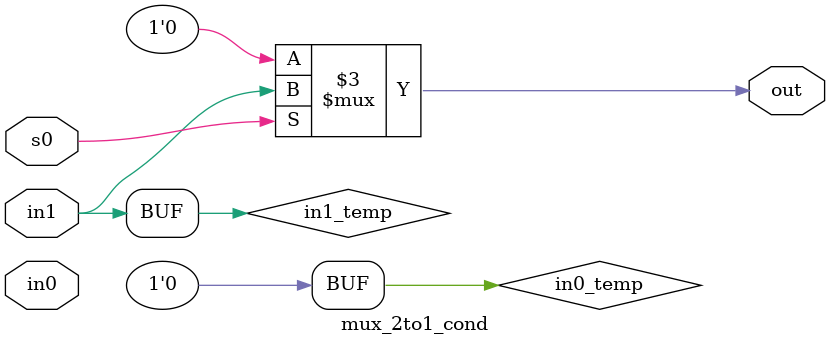
<source format=v>
`timescale 1ns/1ps
module  mux_2to1_cond(s0,in0,in1,out);
	input s0, in0, in1;
	output out;

	wire in0_temp;
	wire in1_temp;

	assign in0_temp = in0 << 2;
	assign in1_temp = &in1;

	assign out = s0 ? in1_temp : in0_temp;
endmodule

</source>
